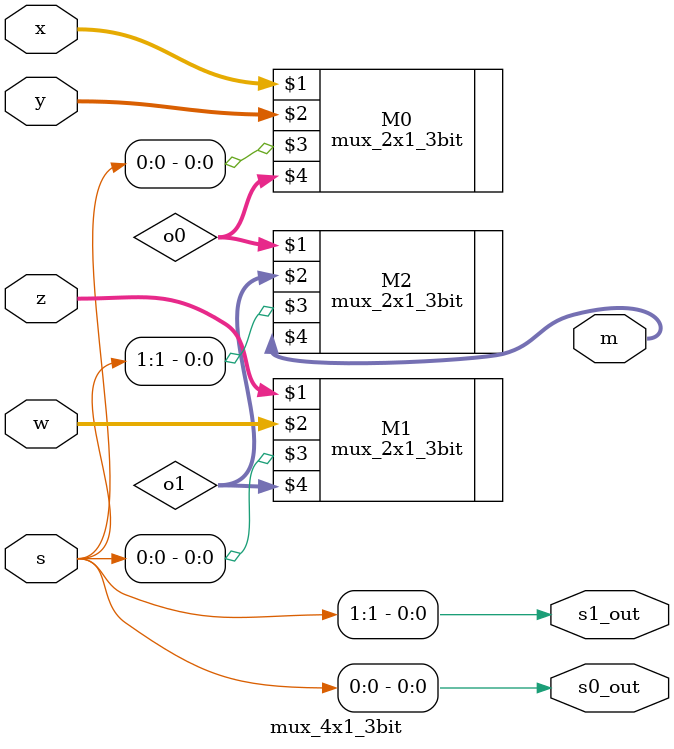
<source format=v>
`timescale 1ns / 1ps


module mux_4x1_3bit(
    input [2:0] x, y, z, w,
    input [1:0] s,
    output [2:0] m,
    output s0_out, s1_out
    );
    
    //output of first mux o1 and second mux o2
    wire [2:0] o0, o1;
    //LED indication of [1:0]s on or off
    assign s0_out = s[0];
    assign s1_out = s[1];
    
    mux_2x1_3bit M0 (x[2:0], y[2:0], s[0], o0[2:0]);
    mux_2x1_3bit M1 (z[2:0], w[2:0], s[0], o1[2:0]);
    mux_2x1_3bit M2 (o0[2:0], o1[2:0], s[1], m[2:0]);
    
endmodule

</source>
